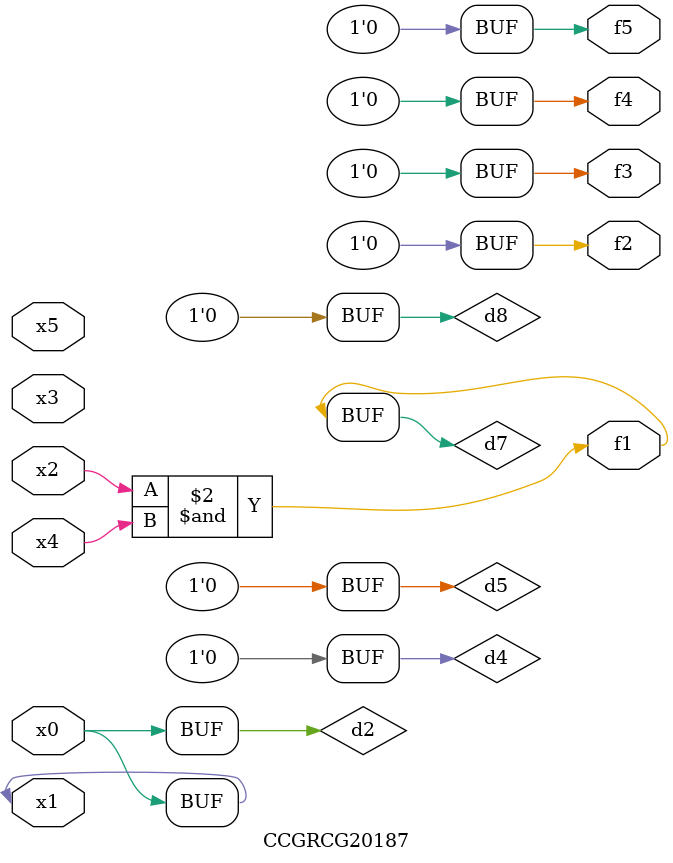
<source format=v>
module CCGRCG20187(
	input x0, x1, x2, x3, x4, x5,
	output f1, f2, f3, f4, f5
);

	wire d1, d2, d3, d4, d5, d6, d7, d8, d9;

	nand (d1, x1);
	buf (d2, x0, x1);
	nand (d3, x2, x4);
	and (d4, d1, d2);
	and (d5, d1, d2);
	nand (d6, d1, d3);
	not (d7, d3);
	xor (d8, d5);
	nor (d9, d5, d6);
	assign f1 = d7;
	assign f2 = d8;
	assign f3 = d8;
	assign f4 = d8;
	assign f5 = d8;
endmodule

</source>
